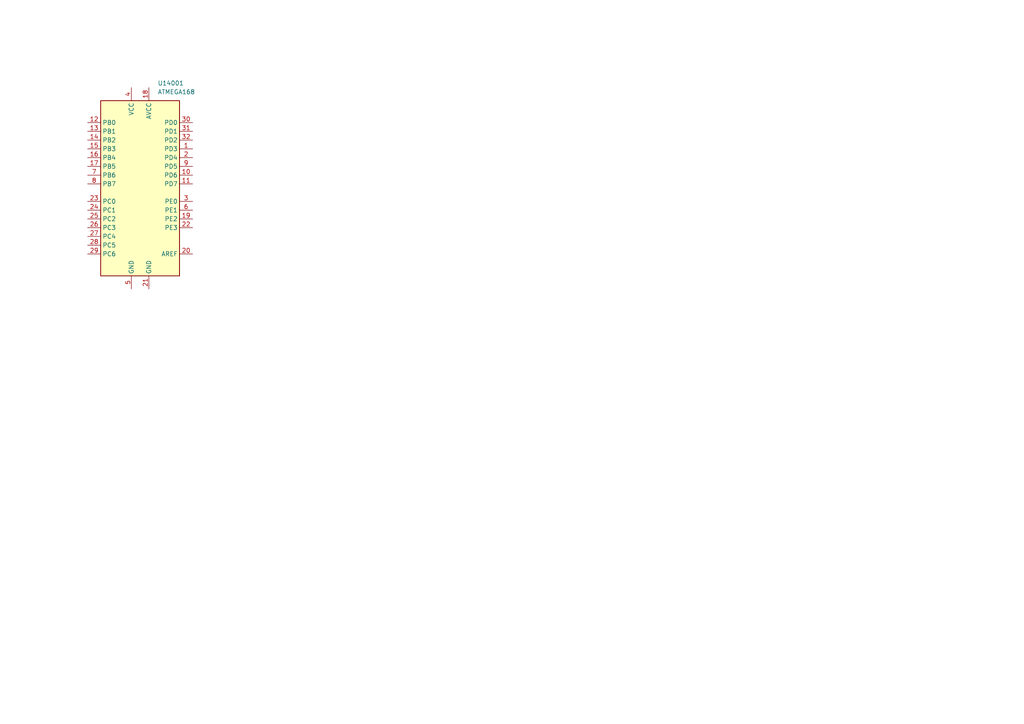
<source format=kicad_sch>
(kicad_sch
	(version 20231120)
	(generator "eeschema")
	(generator_version "8.0")
	(uuid "411d75db-5543-42e2-9e44-ae6f58d5dd7c")
	(paper "A4")
	(title_block
		(title "Lily KiCad Library test")
		(date "2024-07-01")
		(rev "1")
		(company "LilyTronics")
	)
	(lib_symbols
		(symbol "lily_symbols:ic_micro_controller_ATMEGA168_tqfp32"
			(exclude_from_sim no)
			(in_bom yes)
			(on_board yes)
			(property "Reference" "U"
				(at 20.32 11.43 0)
				(effects
					(font
						(size 1.27 1.27)
					)
					(justify left)
				)
			)
			(property "Value" "ATMEGA168"
				(at 20.32 8.89 0)
				(effects
					(font
						(size 1.27 1.27)
					)
					(justify left)
				)
			)
			(property "Footprint" "lily_footprints:tqfp32_pitch0.8_7x7mm"
				(at 15.24 -66.04 0)
				(effects
					(font
						(size 1.27 1.27)
					)
					(hide yes)
				)
			)
			(property "Datasheet" ""
				(at -11.43 11.43 0)
				(effects
					(font
						(size 1.27 1.27)
					)
					(hide yes)
				)
			)
			(property "Description" ""
				(at 0 0 0)
				(effects
					(font
						(size 1.27 1.27)
					)
					(hide yes)
				)
			)
			(property "Revision" "1"
				(at 15.24 -60.96 0)
				(effects
					(font
						(size 1.27 1.27)
					)
					(hide yes)
				)
			)
			(property "Status" "Active"
				(at 15.24 -63.5 0)
				(effects
					(font
						(size 1.27 1.27)
					)
					(hide yes)
				)
			)
			(property "Manufacturer" "Microchip"
				(at 15.24 -68.58 0)
				(effects
					(font
						(size 1.27 1.27)
					)
					(hide yes)
				)
			)
			(property "Manufacturer_ID" "ATMEGA168PB-AU"
				(at 15.24 -71.12 0)
				(effects
					(font
						(size 1.27 1.27)
					)
					(hide yes)
				)
			)
			(property "Lily_ID" "1914-10013"
				(at 15.24 -73.66 0)
				(effects
					(font
						(size 1.27 1.27)
					)
					(hide yes)
				)
			)
			(property "JLCPCB_ID" "C194438"
				(at 14.605 -76.2 0)
				(effects
					(font
						(size 1.27 1.27)
					)
					(hide yes)
				)
			)
			(property "JLCPCB_STATUS" "Extended"
				(at 15.24 -78.74 0)
				(effects
					(font
						(size 1.27 1.27)
					)
					(hide yes)
				)
			)
			(symbol "ic_micro_controller_ATMEGA168_tqfp32_0_1"
				(rectangle
					(start 3.81 6.35)
					(end 26.67 -44.45)
					(stroke
						(width 0.254)
						(type default)
					)
					(fill
						(type background)
					)
				)
			)
			(symbol "ic_micro_controller_ATMEGA168_tqfp32_1_1"
				(pin bidirectional line
					(at 30.48 -7.62 180)
					(length 3.81)
					(name "PD3"
						(effects
							(font
								(size 1.27 1.27)
							)
						)
					)
					(number "1"
						(effects
							(font
								(size 1.27 1.27)
							)
						)
					)
				)
				(pin bidirectional line
					(at 30.48 -15.24 180)
					(length 3.81)
					(name "PD6"
						(effects
							(font
								(size 1.27 1.27)
							)
						)
					)
					(number "10"
						(effects
							(font
								(size 1.27 1.27)
							)
						)
					)
				)
				(pin bidirectional line
					(at 30.48 -17.78 180)
					(length 3.81)
					(name "PD7"
						(effects
							(font
								(size 1.27 1.27)
							)
						)
					)
					(number "11"
						(effects
							(font
								(size 1.27 1.27)
							)
						)
					)
				)
				(pin bidirectional line
					(at 0 0 0)
					(length 3.81)
					(name "PB0"
						(effects
							(font
								(size 1.27 1.27)
							)
						)
					)
					(number "12"
						(effects
							(font
								(size 1.27 1.27)
							)
						)
					)
				)
				(pin bidirectional line
					(at 0 -2.54 0)
					(length 3.81)
					(name "PB1"
						(effects
							(font
								(size 1.27 1.27)
							)
						)
					)
					(number "13"
						(effects
							(font
								(size 1.27 1.27)
							)
						)
					)
				)
				(pin bidirectional line
					(at 0 -5.08 0)
					(length 3.81)
					(name "PB2"
						(effects
							(font
								(size 1.27 1.27)
							)
						)
					)
					(number "14"
						(effects
							(font
								(size 1.27 1.27)
							)
						)
					)
				)
				(pin bidirectional line
					(at 0 -7.62 0)
					(length 3.81)
					(name "PB3"
						(effects
							(font
								(size 1.27 1.27)
							)
						)
					)
					(number "15"
						(effects
							(font
								(size 1.27 1.27)
							)
						)
					)
				)
				(pin bidirectional line
					(at 0 -10.16 0)
					(length 3.81)
					(name "PB4"
						(effects
							(font
								(size 1.27 1.27)
							)
						)
					)
					(number "16"
						(effects
							(font
								(size 1.27 1.27)
							)
						)
					)
				)
				(pin bidirectional line
					(at 0 -12.7 0)
					(length 3.81)
					(name "PB5"
						(effects
							(font
								(size 1.27 1.27)
							)
						)
					)
					(number "17"
						(effects
							(font
								(size 1.27 1.27)
							)
						)
					)
				)
				(pin power_in line
					(at 17.78 10.16 270)
					(length 3.81)
					(name "AVCC"
						(effects
							(font
								(size 1.27 1.27)
							)
						)
					)
					(number "18"
						(effects
							(font
								(size 1.27 1.27)
							)
						)
					)
				)
				(pin bidirectional line
					(at 30.48 -27.94 180)
					(length 3.81)
					(name "PE2"
						(effects
							(font
								(size 1.27 1.27)
							)
						)
					)
					(number "19"
						(effects
							(font
								(size 1.27 1.27)
							)
						)
					)
				)
				(pin bidirectional line
					(at 30.48 -10.16 180)
					(length 3.81)
					(name "PD4"
						(effects
							(font
								(size 1.27 1.27)
							)
						)
					)
					(number "2"
						(effects
							(font
								(size 1.27 1.27)
							)
						)
					)
				)
				(pin power_in line
					(at 30.48 -38.1 180)
					(length 3.81)
					(name "AREF"
						(effects
							(font
								(size 1.27 1.27)
							)
						)
					)
					(number "20"
						(effects
							(font
								(size 1.27 1.27)
							)
						)
					)
				)
				(pin power_in line
					(at 17.78 -48.26 90)
					(length 3.81)
					(name "GND"
						(effects
							(font
								(size 1.27 1.27)
							)
						)
					)
					(number "21"
						(effects
							(font
								(size 1.27 1.27)
							)
						)
					)
				)
				(pin bidirectional line
					(at 30.48 -30.48 180)
					(length 3.81)
					(name "PE3"
						(effects
							(font
								(size 1.27 1.27)
							)
						)
					)
					(number "22"
						(effects
							(font
								(size 1.27 1.27)
							)
						)
					)
				)
				(pin bidirectional line
					(at 0 -22.86 0)
					(length 3.81)
					(name "PC0"
						(effects
							(font
								(size 1.27 1.27)
							)
						)
					)
					(number "23"
						(effects
							(font
								(size 1.27 1.27)
							)
						)
					)
				)
				(pin bidirectional line
					(at 0 -25.4 0)
					(length 3.81)
					(name "PC1"
						(effects
							(font
								(size 1.27 1.27)
							)
						)
					)
					(number "24"
						(effects
							(font
								(size 1.27 1.27)
							)
						)
					)
				)
				(pin bidirectional line
					(at 0 -27.94 0)
					(length 3.81)
					(name "PC2"
						(effects
							(font
								(size 1.27 1.27)
							)
						)
					)
					(number "25"
						(effects
							(font
								(size 1.27 1.27)
							)
						)
					)
				)
				(pin bidirectional line
					(at 0 -30.48 0)
					(length 3.81)
					(name "PC3"
						(effects
							(font
								(size 1.27 1.27)
							)
						)
					)
					(number "26"
						(effects
							(font
								(size 1.27 1.27)
							)
						)
					)
				)
				(pin bidirectional line
					(at 0 -33.02 0)
					(length 3.81)
					(name "PC4"
						(effects
							(font
								(size 1.27 1.27)
							)
						)
					)
					(number "27"
						(effects
							(font
								(size 1.27 1.27)
							)
						)
					)
				)
				(pin bidirectional line
					(at 0 -35.56 0)
					(length 3.81)
					(name "PC5"
						(effects
							(font
								(size 1.27 1.27)
							)
						)
					)
					(number "28"
						(effects
							(font
								(size 1.27 1.27)
							)
						)
					)
				)
				(pin bidirectional line
					(at 0 -38.1 0)
					(length 3.81)
					(name "PC6"
						(effects
							(font
								(size 1.27 1.27)
							)
						)
					)
					(number "29"
						(effects
							(font
								(size 1.27 1.27)
							)
						)
					)
				)
				(pin bidirectional line
					(at 30.48 -22.86 180)
					(length 3.81)
					(name "PE0"
						(effects
							(font
								(size 1.27 1.27)
							)
						)
					)
					(number "3"
						(effects
							(font
								(size 1.27 1.27)
							)
						)
					)
				)
				(pin bidirectional line
					(at 30.48 0 180)
					(length 3.81)
					(name "PD0"
						(effects
							(font
								(size 1.27 1.27)
							)
						)
					)
					(number "30"
						(effects
							(font
								(size 1.27 1.27)
							)
						)
					)
				)
				(pin bidirectional line
					(at 30.48 -2.54 180)
					(length 3.81)
					(name "PD1"
						(effects
							(font
								(size 1.27 1.27)
							)
						)
					)
					(number "31"
						(effects
							(font
								(size 1.27 1.27)
							)
						)
					)
				)
				(pin bidirectional line
					(at 30.48 -5.08 180)
					(length 3.81)
					(name "PD2"
						(effects
							(font
								(size 1.27 1.27)
							)
						)
					)
					(number "32"
						(effects
							(font
								(size 1.27 1.27)
							)
						)
					)
				)
				(pin power_in line
					(at 12.7 10.16 270)
					(length 3.81)
					(name "VCC"
						(effects
							(font
								(size 1.27 1.27)
							)
						)
					)
					(number "4"
						(effects
							(font
								(size 1.27 1.27)
							)
						)
					)
				)
				(pin power_in line
					(at 12.7 -48.26 90)
					(length 3.81)
					(name "GND"
						(effects
							(font
								(size 1.27 1.27)
							)
						)
					)
					(number "5"
						(effects
							(font
								(size 1.27 1.27)
							)
						)
					)
				)
				(pin bidirectional line
					(at 30.48 -25.4 180)
					(length 3.81)
					(name "PE1"
						(effects
							(font
								(size 1.27 1.27)
							)
						)
					)
					(number "6"
						(effects
							(font
								(size 1.27 1.27)
							)
						)
					)
				)
				(pin bidirectional line
					(at 0 -15.24 0)
					(length 3.81)
					(name "PB6"
						(effects
							(font
								(size 1.27 1.27)
							)
						)
					)
					(number "7"
						(effects
							(font
								(size 1.27 1.27)
							)
						)
					)
				)
				(pin bidirectional line
					(at 0 -17.78 0)
					(length 3.81)
					(name "PB7"
						(effects
							(font
								(size 1.27 1.27)
							)
						)
					)
					(number "8"
						(effects
							(font
								(size 1.27 1.27)
							)
						)
					)
				)
				(pin bidirectional line
					(at 30.48 -12.7 180)
					(length 3.81)
					(name "PD5"
						(effects
							(font
								(size 1.27 1.27)
							)
						)
					)
					(number "9"
						(effects
							(font
								(size 1.27 1.27)
							)
						)
					)
				)
			)
		)
	)
	(symbol
		(lib_id "lily_symbols:ic_micro_controller_ATMEGA168_tqfp32")
		(at 25.4 35.56 0)
		(unit 1)
		(exclude_from_sim no)
		(in_bom yes)
		(on_board yes)
		(dnp no)
		(uuid "ad207c74-217e-4696-8af9-f34e0d24ce77")
		(property "Reference" "U14001"
			(at 45.72 24.13 0)
			(effects
				(font
					(size 1.27 1.27)
				)
				(justify left)
			)
		)
		(property "Value" "ATMEGA168"
			(at 45.72 26.67 0)
			(effects
				(font
					(size 1.27 1.27)
				)
				(justify left)
			)
		)
		(property "Footprint" "lily_footprints:tqfp32_pitch0.8_7x7mm"
			(at 40.64 101.6 0)
			(effects
				(font
					(size 1.27 1.27)
				)
				(hide yes)
			)
		)
		(property "Datasheet" ""
			(at 13.97 24.13 0)
			(effects
				(font
					(size 1.27 1.27)
				)
				(hide yes)
			)
		)
		(property "Description" ""
			(at 25.4 35.56 0)
			(effects
				(font
					(size 1.27 1.27)
				)
				(hide yes)
			)
		)
		(property "Revision" "1"
			(at 40.64 96.52 0)
			(effects
				(font
					(size 1.27 1.27)
				)
				(hide yes)
			)
		)
		(property "Status" "Active"
			(at 40.64 99.06 0)
			(effects
				(font
					(size 1.27 1.27)
				)
				(hide yes)
			)
		)
		(property "Manufacturer" "Microchip"
			(at 40.64 104.14 0)
			(effects
				(font
					(size 1.27 1.27)
				)
				(hide yes)
			)
		)
		(property "Manufacturer_ID" "ATMEGA168PB-AU"
			(at 40.64 106.68 0)
			(effects
				(font
					(size 1.27 1.27)
				)
				(hide yes)
			)
		)
		(property "Lily_ID" "1914-10013"
			(at 40.64 109.22 0)
			(effects
				(font
					(size 1.27 1.27)
				)
				(hide yes)
			)
		)
		(property "JLCPCB_ID" "C194438"
			(at 40.005 111.76 0)
			(effects
				(font
					(size 1.27 1.27)
				)
				(hide yes)
			)
		)
		(property "JLCPCB_STATUS" "Extended"
			(at 40.64 114.3 0)
			(effects
				(font
					(size 1.27 1.27)
				)
				(hide yes)
			)
		)
		(pin "25"
			(uuid "eaeddecf-db67-42f8-8998-0614da7ab170")
		)
		(pin "1"
			(uuid "e096b18a-5790-4dd6-b805-442ab74f1a61")
		)
		(pin "21"
			(uuid "1f000228-aa73-4a43-8289-1ff9ab2dfa27")
		)
		(pin "15"
			(uuid "91fde5ca-6d7b-4426-9521-d6df2cfbda75")
		)
		(pin "10"
			(uuid "19c31c8f-3fd9-4584-b0f2-35e2640fe321")
		)
		(pin "23"
			(uuid "2aae4e7a-6cb8-4f36-bc0b-856a8eb3786e")
		)
		(pin "29"
			(uuid "57f274b8-dc8d-47fb-82ba-c2be3ab0904c")
		)
		(pin "4"
			(uuid "2bb73e72-85d1-4053-8829-0f0b55b74a71")
		)
		(pin "17"
			(uuid "8171dc46-a590-4b90-8831-4e149432591b")
		)
		(pin "7"
			(uuid "fde9415f-29f3-4010-87c8-4f40f9c62456")
		)
		(pin "22"
			(uuid "d6a9e41b-d89b-47ed-839d-78c0a0061999")
		)
		(pin "13"
			(uuid "eaf834fe-88ff-46db-89e3-7efd25bb20ce")
		)
		(pin "18"
			(uuid "ba4a17dc-8d38-4856-9112-80315eeb1b5c")
		)
		(pin "24"
			(uuid "cd8225ee-6234-423f-907f-591737fa2f3e")
		)
		(pin "2"
			(uuid "9781b5c0-7505-4c62-bc7c-f8c74b4ac9a4")
		)
		(pin "6"
			(uuid "b35fb903-a7f4-4d95-8596-114e981b408d")
		)
		(pin "31"
			(uuid "71105ea9-37f0-4025-9aca-328b89f72874")
		)
		(pin "9"
			(uuid "b30c7247-7d5d-4dc4-a3e9-77392781cdc6")
		)
		(pin "26"
			(uuid "788f3f17-a190-477d-a094-509e533fa675")
		)
		(pin "19"
			(uuid "a40c5fa6-1cbb-4b91-b31d-200b555ebbe7")
		)
		(pin "16"
			(uuid "67f74a6b-f411-4658-97c2-5dbe0a0a49eb")
		)
		(pin "14"
			(uuid "0cc346c8-910d-402f-b416-dab901554dc9")
		)
		(pin "27"
			(uuid "3e780d5d-4b65-40c7-bf3d-4b3586ec4a4c")
		)
		(pin "20"
			(uuid "086e86be-26fd-4c32-85bf-b3f77c576a5c")
		)
		(pin "30"
			(uuid "9a668dd3-8bec-4c05-9100-1d16c616100f")
		)
		(pin "12"
			(uuid "2c1fa15a-c0ca-477a-8ce2-99ab6969b88f")
		)
		(pin "11"
			(uuid "04a8a17a-fd20-4c25-9984-9f8e47c893a2")
		)
		(pin "28"
			(uuid "ae0421fc-375b-4ac8-9d97-7f6b423cfb5d")
		)
		(pin "3"
			(uuid "cdb58bd6-be5a-42f7-ac9d-2d4d8ab4e268")
		)
		(pin "32"
			(uuid "4c2b508e-0c0a-4a46-a497-131f1d39530c")
		)
		(pin "5"
			(uuid "b5f7bab4-8073-42d5-981f-960943b5696c")
		)
		(pin "8"
			(uuid "89afdf29-4e5e-43b1-b5a3-09e5628258d7")
		)
		(instances
			(project "kicad_lib_test"
				(path "/032b8f2d-5c08-4381-9e3a-c197ca84e3c5/3c08fe01-daf1-439c-ad77-d3845ab91d99"
					(reference "U14001")
					(unit 1)
				)
			)
		)
	)
)
</source>
